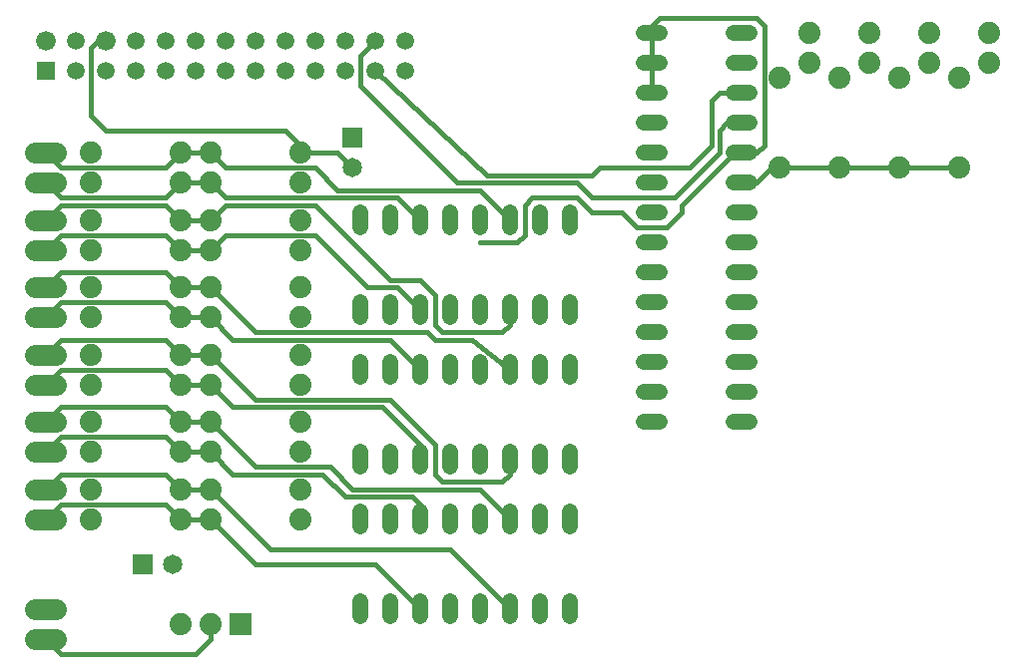
<source format=gbl>
G75*
%MOIN*%
%OFA0B0*%
%FSLAX24Y24*%
%IPPOS*%
%LPD*%
%AMOC8*
5,1,8,0,0,1.08239X$1,22.5*
%
%ADD10R,0.0594X0.0594*%
%ADD11C,0.0660*%
%ADD12C,0.0594*%
%ADD13C,0.0520*%
%ADD14C,0.0709*%
%ADD15C,0.0740*%
%ADD16R,0.0740X0.0740*%
%ADD17R,0.0650X0.0650*%
%ADD18C,0.0650*%
%ADD19C,0.0160*%
D10*
X006960Y020558D03*
D11*
X006960Y021558D03*
X008960Y021558D03*
D12*
X009960Y021558D03*
X010960Y021558D03*
X011960Y021558D03*
X012960Y021558D03*
X013960Y021558D03*
X014960Y021558D03*
X015960Y021558D03*
X016960Y021558D03*
X017960Y021558D03*
X018960Y021558D03*
X018960Y020558D03*
X017960Y020558D03*
X016960Y020558D03*
X015960Y020558D03*
X014960Y020558D03*
X013960Y020558D03*
X012960Y020558D03*
X011960Y020558D03*
X010960Y020558D03*
X009960Y020558D03*
X008960Y020558D03*
X007960Y020558D03*
X007960Y021558D03*
D13*
X017460Y015818D02*
X017460Y015298D01*
X018460Y015298D02*
X018460Y015818D01*
X019460Y015818D02*
X019460Y015298D01*
X020460Y015298D02*
X020460Y015818D01*
X021460Y015818D02*
X021460Y015298D01*
X022460Y015298D02*
X022460Y015818D01*
X023460Y015818D02*
X023460Y015298D01*
X024460Y015298D02*
X024460Y015818D01*
X026950Y015808D02*
X027470Y015808D01*
X027470Y014808D02*
X026950Y014808D01*
X026950Y013808D02*
X027470Y013808D01*
X027470Y012808D02*
X026950Y012808D01*
X026950Y011808D02*
X027470Y011808D01*
X027470Y010808D02*
X026950Y010808D01*
X026950Y009808D02*
X027470Y009808D01*
X027470Y008808D02*
X026950Y008808D01*
X024460Y007818D02*
X024460Y007298D01*
X023460Y007298D02*
X023460Y007818D01*
X022460Y007818D02*
X022460Y007298D01*
X021460Y007298D02*
X021460Y007818D01*
X020460Y007818D02*
X020460Y007298D01*
X019460Y007298D02*
X019460Y007818D01*
X018460Y007818D02*
X018460Y007298D01*
X017460Y007298D02*
X017460Y007818D01*
X017460Y005818D02*
X017460Y005298D01*
X018460Y005298D02*
X018460Y005818D01*
X019460Y005818D02*
X019460Y005298D01*
X020460Y005298D02*
X020460Y005818D01*
X021460Y005818D02*
X021460Y005298D01*
X022460Y005298D02*
X022460Y005818D01*
X023460Y005818D02*
X023460Y005298D01*
X024460Y005298D02*
X024460Y005818D01*
X024460Y002818D02*
X024460Y002298D01*
X023460Y002298D02*
X023460Y002818D01*
X022460Y002818D02*
X022460Y002298D01*
X021460Y002298D02*
X021460Y002818D01*
X020460Y002818D02*
X020460Y002298D01*
X019460Y002298D02*
X019460Y002818D01*
X018460Y002818D02*
X018460Y002298D01*
X017460Y002298D02*
X017460Y002818D01*
X017460Y010298D02*
X017460Y010818D01*
X018460Y010818D02*
X018460Y010298D01*
X019460Y010298D02*
X019460Y010818D01*
X020460Y010818D02*
X020460Y010298D01*
X021460Y010298D02*
X021460Y010818D01*
X022460Y010818D02*
X022460Y010298D01*
X023460Y010298D02*
X023460Y010818D01*
X024460Y010818D02*
X024460Y010298D01*
X024460Y012298D02*
X024460Y012818D01*
X023460Y012818D02*
X023460Y012298D01*
X022460Y012298D02*
X022460Y012818D01*
X021460Y012818D02*
X021460Y012298D01*
X020460Y012298D02*
X020460Y012818D01*
X019460Y012818D02*
X019460Y012298D01*
X018460Y012298D02*
X018460Y012818D01*
X017460Y012818D02*
X017460Y012298D01*
X026950Y016808D02*
X027470Y016808D01*
X027470Y017808D02*
X026950Y017808D01*
X026950Y018808D02*
X027470Y018808D01*
X027470Y019808D02*
X026950Y019808D01*
X026950Y020808D02*
X027470Y020808D01*
X027470Y021808D02*
X026950Y021808D01*
X029950Y021808D02*
X030470Y021808D01*
X030470Y020808D02*
X029950Y020808D01*
X029950Y019808D02*
X030470Y019808D01*
X030470Y018808D02*
X029950Y018808D01*
X029950Y017808D02*
X030470Y017808D01*
X030470Y016808D02*
X029950Y016808D01*
X029950Y015808D02*
X030470Y015808D01*
X030470Y014808D02*
X029950Y014808D01*
X029950Y013808D02*
X030470Y013808D01*
X030470Y012808D02*
X029950Y012808D01*
X029950Y011808D02*
X030470Y011808D01*
X030470Y010808D02*
X029950Y010808D01*
X029950Y009808D02*
X030470Y009808D01*
X030470Y008808D02*
X029950Y008808D01*
D14*
X007315Y001558D02*
X006606Y001558D01*
X006606Y002558D02*
X007315Y002558D01*
X007315Y005558D02*
X006606Y005558D01*
X006606Y006558D02*
X007315Y006558D01*
X007315Y007808D02*
X006606Y007808D01*
X006606Y008808D02*
X007315Y008808D01*
X007315Y010058D02*
X006606Y010058D01*
X006606Y011058D02*
X007315Y011058D01*
X007315Y012308D02*
X006606Y012308D01*
X006606Y013308D02*
X007315Y013308D01*
X007315Y014558D02*
X006606Y014558D01*
X006606Y015558D02*
X007315Y015558D01*
X007315Y016808D02*
X006606Y016808D01*
X006606Y017808D02*
X007315Y017808D01*
D15*
X008460Y017808D03*
X008460Y016808D03*
X008460Y015558D03*
X008460Y014558D03*
X008460Y013308D03*
X008460Y012308D03*
X008460Y011058D03*
X008460Y010058D03*
X008460Y008808D03*
X008460Y007808D03*
X008460Y006558D03*
X008460Y005558D03*
X011460Y005558D03*
X012460Y005558D03*
X012460Y006558D03*
X011460Y006558D03*
X011460Y007808D03*
X012460Y007808D03*
X012460Y008808D03*
X011460Y008808D03*
X011460Y010058D03*
X012460Y010058D03*
X012460Y011058D03*
X011460Y011058D03*
X011460Y012308D03*
X012460Y012308D03*
X012460Y013308D03*
X011460Y013308D03*
X011460Y014558D03*
X012460Y014558D03*
X012460Y015558D03*
X011460Y015558D03*
X011460Y016808D03*
X012460Y016808D03*
X012460Y017808D03*
X011460Y017808D03*
X015460Y017808D03*
X015460Y016808D03*
X015460Y015558D03*
X015460Y014558D03*
X015460Y013308D03*
X015460Y012308D03*
X015460Y011058D03*
X015460Y010058D03*
X015460Y008808D03*
X015460Y007808D03*
X015460Y006558D03*
X015460Y005558D03*
X012460Y002058D03*
X011460Y002058D03*
X031460Y017308D03*
X033460Y017308D03*
X035460Y017308D03*
X037460Y017308D03*
X037460Y020308D03*
X036460Y020808D03*
X035460Y020308D03*
X034460Y020808D03*
X033460Y020308D03*
X032460Y020808D03*
X031460Y020308D03*
X032460Y021808D03*
X034460Y021808D03*
X036460Y021808D03*
X038460Y021808D03*
X038460Y020808D03*
D16*
X013460Y002058D03*
D17*
X010210Y004058D03*
X017210Y018308D03*
D18*
X017210Y017308D03*
X011210Y004058D03*
D19*
X011460Y005558D02*
X010960Y006058D01*
X007460Y006058D01*
X006960Y005558D01*
X006960Y006558D02*
X007460Y007058D01*
X010960Y007058D01*
X011460Y006558D01*
X012460Y006558D01*
X014460Y004558D01*
X020460Y004558D01*
X022460Y002558D01*
X019460Y002558D02*
X017960Y004058D01*
X013960Y004058D01*
X012460Y005558D01*
X011460Y005558D01*
X013210Y007058D02*
X012460Y007808D01*
X011460Y007808D01*
X010960Y008308D01*
X007460Y008308D01*
X006960Y007808D01*
X006960Y008808D02*
X007460Y009308D01*
X010960Y009308D01*
X011460Y008808D01*
X012460Y008808D01*
X013960Y007308D01*
X016460Y007308D01*
X017210Y006558D01*
X021460Y006558D01*
X022460Y005558D01*
X022210Y006808D02*
X020210Y006808D01*
X019960Y007058D01*
X019960Y008058D01*
X018460Y009558D01*
X013960Y009558D01*
X012460Y011058D01*
X011460Y011058D01*
X010960Y011558D01*
X007460Y011558D01*
X006960Y011058D01*
X007460Y010558D02*
X006960Y010058D01*
X007460Y010558D02*
X010960Y010558D01*
X011460Y010058D01*
X012460Y010058D01*
X013210Y009308D01*
X018210Y009308D01*
X019460Y008058D01*
X019460Y007558D01*
X019210Y006308D02*
X016960Y006308D01*
X016210Y007058D01*
X013210Y007058D01*
X019210Y006308D02*
X019460Y006058D01*
X019460Y005558D01*
X022210Y006808D02*
X022460Y007058D01*
X022460Y007558D01*
X022460Y010558D02*
X021210Y011558D01*
X019960Y011558D01*
X019710Y011808D01*
X013960Y011808D01*
X012460Y013308D01*
X011460Y013308D01*
X010960Y013808D01*
X007460Y013808D01*
X006960Y013308D01*
X007460Y012808D02*
X006960Y012308D01*
X007460Y012808D02*
X010960Y012808D01*
X011460Y012308D01*
X012460Y012308D01*
X013210Y011558D01*
X018460Y011558D01*
X019460Y010558D01*
X020210Y011808D02*
X019960Y012058D01*
X019960Y013058D01*
X019460Y013558D01*
X018460Y013558D01*
X015960Y016058D01*
X012960Y016058D01*
X012460Y015558D01*
X011460Y015558D01*
X010960Y016058D01*
X007460Y016058D01*
X006960Y015558D01*
X007460Y015058D02*
X006960Y014558D01*
X007460Y015058D02*
X010960Y015058D01*
X011460Y014558D01*
X012460Y014558D01*
X012960Y015058D01*
X015960Y015058D01*
X017710Y013308D01*
X018710Y013308D01*
X019460Y012558D01*
X020210Y011808D02*
X022210Y011808D01*
X022460Y012058D01*
X022460Y012558D01*
X022710Y014808D02*
X021460Y014808D01*
X022460Y015558D02*
X021460Y016558D01*
X016710Y016558D01*
X015960Y017308D01*
X012960Y017308D01*
X012460Y017808D01*
X011460Y017808D01*
X010960Y017308D01*
X007460Y017308D01*
X006960Y017808D01*
X006960Y016808D02*
X007460Y016308D01*
X010960Y016308D01*
X011460Y016808D01*
X012460Y016808D01*
X012960Y016308D01*
X018710Y016308D01*
X019460Y015558D01*
X020710Y016808D02*
X024710Y016808D01*
X025210Y016308D01*
X027960Y016308D01*
X029460Y017808D01*
X029460Y018558D01*
X029710Y018808D01*
X030210Y018808D01*
X030960Y018058D02*
X030960Y022058D01*
X030710Y022308D01*
X027460Y022308D01*
X027210Y022058D01*
X027210Y021808D01*
X027210Y020808D01*
X027210Y019808D01*
X029210Y019558D02*
X029460Y019808D01*
X030210Y019808D01*
X029210Y019558D02*
X029210Y018058D01*
X028460Y017308D01*
X025460Y017308D01*
X025210Y017058D01*
X021710Y017058D01*
X017960Y020558D01*
X017460Y020058D02*
X020710Y016808D01*
X022960Y016058D02*
X023210Y016308D01*
X024710Y016308D01*
X025210Y015808D01*
X026210Y015808D01*
X026710Y015308D01*
X027710Y015308D01*
X028210Y015808D01*
X028210Y016058D01*
X029960Y017808D01*
X030210Y017808D01*
X030710Y017808D01*
X030960Y018058D01*
X031210Y017308D02*
X031460Y017308D01*
X033460Y017308D01*
X035460Y017308D01*
X037460Y017308D01*
X031210Y017308D02*
X030710Y016808D01*
X030210Y016808D01*
X022960Y016058D02*
X022960Y015058D01*
X022710Y014808D01*
X017210Y017308D02*
X016710Y017808D01*
X015460Y017808D01*
X015460Y018058D01*
X014960Y018558D01*
X008960Y018558D01*
X008460Y019058D01*
X008460Y021308D01*
X008710Y021558D01*
X008960Y021558D01*
X017460Y021058D02*
X017460Y020058D01*
X017460Y021058D02*
X017960Y021558D01*
X012460Y002058D02*
X012460Y001558D01*
X011960Y001058D01*
X007460Y001058D01*
X006960Y001558D01*
M02*

</source>
